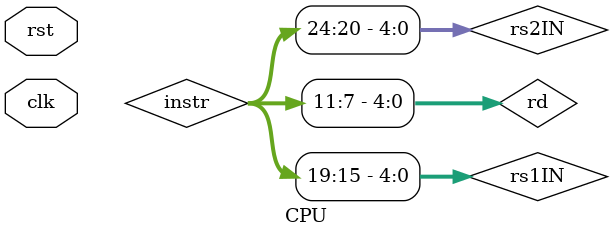
<source format=v>

`timescale 1ns/1ns
`include "ALU.v"
`include "imm_handler.v"
`include "MEM.v"
`include "mux2.v"
`include "mux3.v"
`include "PC.v"
`include "param_d_ff_sync.v"
`include "Regfile.v"
`include "zsExt.v"
`include "controlUnit.v"

module CPU(clk,rst);
    
    input clk, rst;
    
    wire [31:0] instr;
    
    wire [4 : 0]rs1IN;
    assign rs1IN = instr[19 : 15];
    wire [4 : 0]rd;
    assign rd = instr[11 : 7];
    wire [4 : 0]rs2IN;
    assign rs2IN = instr[24 : 20];
    wire [31 : 0] reg_adr, reg_out, rs1, rs2, srca, srcb;
    wire [31 : 0] immOut, imm, alu_out;
    
    wire [4:0] reg_signals; // regsel, regEN, rs1, rs2
    wire [5:0] mem_signals; // IFen, fetchEN, bytesel, memWrite
    wire [8:0] alu_signals; // srca, srcb, aluctrl, aluEN
    wire [3:0] imm_signals; // immsel, immEN
    wire [2:0] pc_signals;  // branch, pcEN, JalEN
    wire [2:0] wb_signals;  // wbSEl, wbEN
    
    
    wire [31 : 0] data_mem_in_32;
    wire [31 : 0] data_mem_in_16;
    wire [31 : 0] data_mem_in_8;
    wire [31 : 0] data_mem_in;
    wire [31 : 0] mem_out_tmp;
    wire [31 : 0] mem_out_16;
    wire [31 : 0] mem_out_8;
    wire [31 : 0] mem_out;
    wire [31 : 0] wbBuff_out;
    wire [31 : 0] pc_plus4;
    wire [31 : 0] data_wb;
    wire [31 : 0] mem_addr;
    wire [31 : 0] alu_buff_out;
    wire [31 : 0] pc_out;
    wire [31 : 0]data_wb_tmp;

    //controls
    wire [1 : 0] byteSel;
    wire [1 : 0] wbSel;
    wire aluEn;
    wire branch;
    wire pcEn;
    wire jalEn;
    wire fetchEn;
    wire wEn;
    wire zeroSigned, lui;
    wire wbEn;

    // assign pc_plus4;
    assign data_mem_in_32 = rs2;

    // output reg [4:0] reg_signals; // regsel, regEN, rs1, rs2
    // output reg [5:0] mem_signals; // IFen, fetchEN, bytesel, memWrite
    // output reg [8:0] alu_signals; // srca, srcb, aluctrl, aluEN
    // output reg [3:0] imm_signals; // immsel, immEN
    // output reg [2:0] pc_signals;  // branch, pcEN, JalEN
    // output reg [2:0] wb_signals;  // wbSEl, wbEN

    controlUnit CU ( .instr_tmp(mem_out_tmp), .clk(clk), .rst(rst), .reg_signals(reg_signals), 
        .mem_signals(mem_signals), .alu_signals(alu_signals) , .imm_signals(imm_signals),
        .pc_signals(pc_signals) , .wb_signals(wb_signals), .zerosign(zeroSigned), .lui(lui));
    // initial begin
    //     $monitor("%d, %t", mem_out_tmp, $time);
    // end
    param_d_ff_sync #(32) inst_buff (.d(mem_out), .clk(clk), .rst(rst), .q(instr), .en(mem_signals[5]));    //instruction buffer

    mux3 reg_mux (.x0({{(32 - 5){1'b0}}, rs1IN}), .x1({{(32 -5){1'b0}},rd}), .x2({{(32 -5){1'b0}},rs2IN}), .y(reg_adr), .sel(reg_signals[4:3]));
    
    Regfile r (.clk(clk), .rst(rst), .register(reg_adr), .writeEnable(reg_signals[2]), .writeData(data_wb), .readData(reg_out));
    
    param_d_ff_sync #(32) RS1_buff (.d(reg_out), .clk(clk), .rst(rst), .q(rs1), .en(reg_signals[1]));
    param_d_ff_sync #(32) RS2_buff (.d(reg_out), .clk(clk), .rst(rst), .q(rs2), .en(reg_signals[0]));
    
    mux2 srca_mux(.x0(rs1), .x1(pc_out) , .y(srca) , .sel(alu_signals[8]));
    mux2 srcb_mux(.x0(rs2), .x1(imm) , .y(srcb) , .sel(alu_signals[7]));

    
    imm_handler imm_unit(.instr(instr), .ctrl(imm_signals[3:1]), .imm_out(immOut));
    

    param_d_ff_sync #(32) imm_buff (.d(immOut), .clk(clk), .rst(rst), .q(imm), .en(imm_signals[0]));
    
    
    ALU alu_32(.srca(srca), .srcb(srcb), .aluCtrl(alu_signals[6:1]), .aluOut(alu_out));

    param_d_ff_sync #(32) ALU_buff (.d(alu_out), .clk(clk), .rst(rst), .q(alu_buff_out), .en(alu_signals[0]));
    
    PC pc_unit (.clk(clk) , .rst(rst), .Bimm(imm) , 
        .branch(pc_signals[2]) , .ALUout(alu_buff_out) , .pcOut(pc_out) , .pcEnable(pc_signals[1]) ,.jalEnable(pc_signals[0]), .pcplus4(pc_plus4));
    
    
    mux2 instr_mux (.x0(alu_buff_out), .x1(pc_out), .sel(mem_signals[4]), .y(mem_addr));
    
    // hello
    zsExt memImm_16 (.x(rs2[15 : 0]), .y(data_mem_in_16), .op(zeroSigned));
    zsExt #(8) memImm_8  (.x(rs2[7 : 0]), .y(data_mem_in_8), .op(zeroSigned));
    mux3 memIN_mux (.x0(data_mem_in_32), .x1(data_mem_in_16), .x2(data_mem_in_8), .y(data_mem_in), .sel(mem_signals[2:1]));
    
    //MEM mem_unit (.address(mem_addr), .dataIn(data_mem_in), .clk(clk), .rst(rst), .wEn(mem_signals[0]), .memOut(mem_out));
    MEM mem_unit (.address(mem_addr), .dataIn(data_mem_in), .clk(clk), .rst(rst), .wEn(mem_signals[0]), .memOut(mem_out_tmp));
    zsExt memOut_16(.x(mem_out_tmp[15 : 0]), .y(mem_out_16), .op(zeroSigned));
    zsExt #(8) memOut_8 (.x(mem_out_tmp[7 : 0]), .y(mem_out_8),  .op(zeroSigned));
    mux3  memOut_mux (.x0(mem_out_tmp), .x1(mem_out_16), .x2(mem_out_8), .y(mem_out), .sel(mem_signals[2:1])); 
    param_d_ff_sync #(32) wb_buff (.d(mem_out), .q(wbBuff_out), .clk(clk), .en(wb_signals[0]), .rst(rst));
    mux3 wb_mux (.x0(pc_plus4), .x1(alu_buff_out), .x2(wbBuff_out), .y(data_wb_tmp), .sel(wb_signals[2:1]));
    mux2 wb_mux_2(.x0 (data_wb_tmp), .x1(imm), .sel (lui), .y (data_wb));
    
endmodule
</source>
